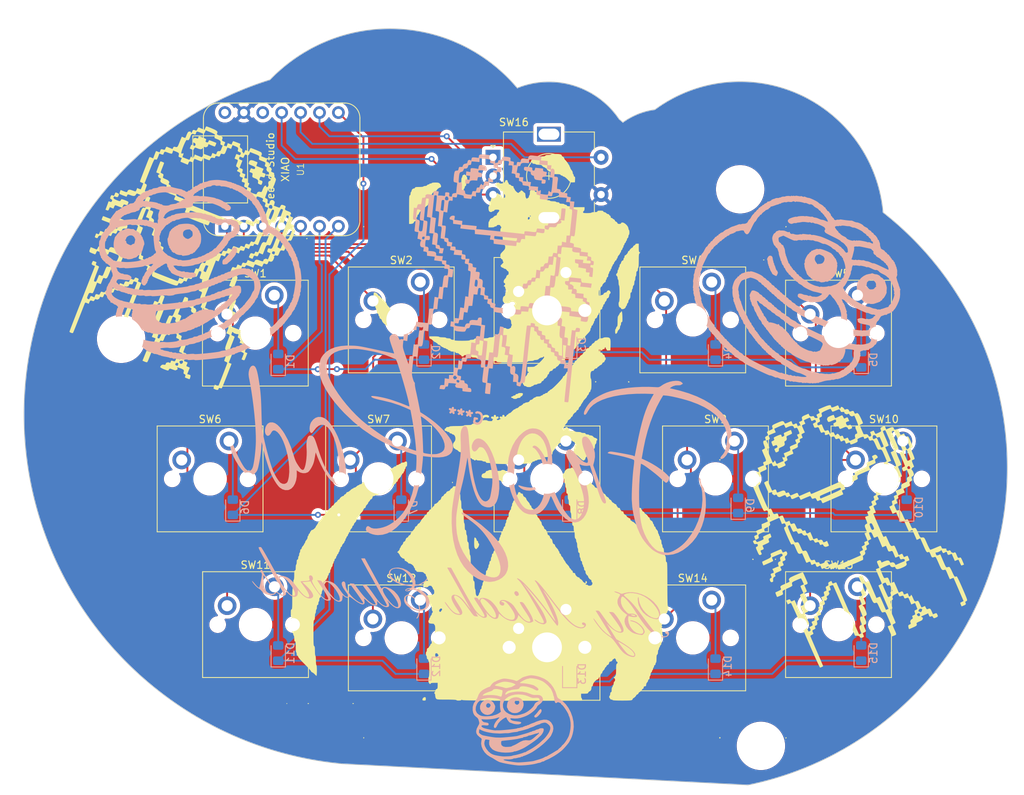
<source format=kicad_pcb>
(kicad_pcb (version 20240108) (generator "pcbnew") (generator_version "8.0")
  (title_block (title "Frogpad"))
  (layers (0 "F.Cu" signal) (31 "B.Cu" signal) (34 "B.Paste" user) (35 "F.Paste" user) (36 "B.SilkS" user "B.Silkscreen") (37 "F.SilkS" user "F.Silkscreen") (38 "B.Mask" user) (39 "F.Mask" user) (44 "Edge.Cuts" user))
  (net 0 "")
  (net 1 "Net-(D1-A)")
  (net 2 "ROW0")
  (net 3 "Net-(D2-A)")
  (net 4 "Net-(D3-A)")
  (net 5 "Net-(D4-A)")
  (net 6 "Net-(D5-A)")
  (net 7 "Net-(D6-A)")
  (net 8 "ROW1")
  (net 9 "Net-(D7-A)")
  (net 10 "Net-(D8-A)")
  (net 11 "Net-(D9-A)")
  (net 12 "Net-(D10-A)")
  (net 13 "ROW2")
  (net 14 "Net-(D11-A)")
  (net 15 "Net-(D12-A)")
  (net 16 "Net-(D13-A)")
  (net 17 "Net-(D14-A)")
  (net 18 "Net-(D15-A)")
  (net 19 "COL1")
  (net 20 "COL2")
  (net 21 "COL3")
  (net 22 "COL4")
  (net 23 "COL0")
  (net 24 "GND")
  (net 25 "EC11A")
  (net 26 "EC11SW")
  (net 27 "EC11B")
  (net 28 "VCC")
  (net 29 "3V3")
  (footprint "" (layer "F.Cu") (at 160.288155 60.96)
    (property "Reference" "" (at 0 0 0) (layer "F.SilkS") (effects (font (size 1.27 1.27))))
    (property "Value" "")
    (pad "" np_thru_hole circle (at 0 0) (size 6 6) (drill 6) (layers "F&B.Cu" "*.Mask"))
  )
  (footprint "Switch_Keyboard_Cherry_MX:SW_Cherry_MX_PCB_1.00u" (layer "F.Cu") (at 179.578 99.822)
    (property "Reference" "SW10" (at 0 -8 0) (layer "F.SilkS"))
    (property "Value" "CherryMX")
    (pad "" np_thru_hole circle (at -5.08 0) (size 1.75 1.75) (drill 1.75) (layers "*.Cu" "*.Mask"))
    (pad "" np_thru_hole circle (at 0 0) (size 4 4) (drill 4) (layers "*.Cu" "*.Mask"))
    (pad "" np_thru_hole circle (at 5.08 0) (size 1.75 1.75) (drill 1.75) (layers "*.Cu" "*.Mask"))
    (pad "1" thru_hole circle (at -3.81 -2.54) (size 2.5 2.5) (drill 1.5) (layers "*.Cu" "*.Mask") (net 22 "COL4"))
    (pad "2" thru_hole circle (at 2.54 -5.08) (size 2.5 2.5) (drill 1.5) (layers "*.Cu" "*.Mask") (net 12 "Net-(D10-A)"))
  )
  (footprint "Switch_Keyboard_Cherry_MX:SW_Cherry_MX_PCB_1.00u" (layer "F.Cu") (at 95.25 119.38)
    (property "Reference" "SW11" (at 0 -8 0) (layer "F.SilkS"))
    (property "Value" "CherryMX")
    (pad "" np_thru_hole circle (at -5.08 0) (size 1.75 1.75) (drill 1.75) (layers "*.Cu" "*.Mask"))
    (pad "" np_thru_hole circle (at 0 0) (size 4 4) (drill 4) (layers "*.Cu" "*.Mask"))
    (pad "" np_thru_hole circle (at 5.08 0) (size 1.75 1.75) (drill 1.75) (layers "*.Cu" "*.Mask"))
    (pad "1" thru_hole circle (at -3.81 -2.54) (size 2.5 2.5) (drill 1.5) (layers "*.Cu" "*.Mask") (net 23 "COL0"))
    (pad "2" thru_hole circle (at 2.54 -5.08) (size 2.5 2.5) (drill 1.5) (layers "*.Cu" "*.Mask") (net 14 "Net-(D11-A)"))
  )
  (footprint "" (layer "F.Cu") (at 77.216 81.026)
    (property "Reference" "" (at 0 0 0) (layer "F.SilkS") (effects (font (size 1.27 1.27))))
    (property "Value" "")
    (pad "" np_thru_hole circle (at 0 0) (size 6 6) (drill 6) (layers "F&B.Cu" "*.Mask"))
  )
  (footprint "Seeed Studio XIAO Series Library:XIAO-Generic-Thruhole-14P-2.54-21X17.8MM" (layer "F.Cu") (at 98.756015 58.29075 90)
    (property "Reference" "U1" (at 0 2.54 90) (layer "F.SilkS") (effects (font (size 0.889 0.889) (thickness 0.1016))))
    (property "Value" "Seeed Studio XIAO RP2040" (hide yes))
    (fp_text user "Seeed Studio" (at 0 -1.5 90) (layer "F.SilkS"))
    (fp_text user "XIAO" (at 0 0.5 90) (layer "F.SilkS"))
    (pad "1" thru_hole rect (at -7.625 -7.62 90) (size 1.7 1.7) (drill 1) (layers "*.Cu" "*.Mask") (net 23 "COL0"))
    (pad "2" thru_hole circle (at -7.625 -5.08 90) (size 1.7 1.7) (drill 1) (layers "*.Cu" "*.Mask") (net 19 "COL1"))
    (pad "3" thru_hole circle (at -7.625 -2.54 90) (size 1.7 1.7) (drill 1) (layers "*.Cu" "*.Mask") (net 20 "COL2"))
    (pad "4" thru_hole circle (at -7.625 0 90) (size 1.7 1.7) (drill 1) (layers "*.Cu" "*.Mask") (net 21 "COL3"))
    (pad "5" thru_hole circle (at -7.625 2.54 90) (size 1.7 1.7) (drill 1) (layers "*.Cu" "*.Mask") (net 22 "COL4"))
    (pad "6" thru_hole circle (at -7.625 5.08 270) (size 1.7 1.7) (drill 1) (layers "*.Cu" "*.Mask") (net 2 "ROW0"))
    (pad "7" thru_hole circle (at -7.625 7.62 90) (size 1.7 1.7) (drill 1) (layers "*.Cu" "*.Mask") (net 8 "ROW1"))
    (pad "8" thru_hole circle (at 7.625 7.62 90) (size 1.7 1.7) (drill 1) (layers "*.Cu" "*.Mask") (net 13 "ROW2"))
    (pad "9" thru_hole circle (at 7.625 5.08 90) (size 1.7 1.7) (drill 1) (layers "*.Cu" "*.Mask") (net 25 "EC11A"))
    (pad "10" thru_hole circle (at 7.625 2.54 90) (size 1.7 1.7) (drill 1) (layers "*.Cu" "*.Mask") (net 26 "EC11SW"))
    (pad "11" thru_hole circle (at 7.625 0 90) (size 1.7 1.7) (drill 1) (layers "*.Cu" "*.Mask") (net 27 "EC11B"))
    (pad "12" thru_hole circle (at 7.625 -2.54 90) (size 1.7 1.7) (drill 1) (layers "*.Cu" "*.Mask") (net 29 "3V3"))
    (pad "13" thru_hole circle (at 7.625 -5.08 90) (size 1.7 1.7) (drill 1) (layers "*.Cu" "*.Mask") (net 24 "GND"))
    (pad "14" thru_hole circle (at 7.625 -7.62 90) (size 1.7 1.7) (drill 1) (layers "*.Cu" "*.Mask") (net 28 "VCC"))
  )
  (footprint "Switch_Keyboard_Cherry_MX:SW_Cherry_MX_PCB_1.00u" (layer "F.Cu") (at 95.2246 80.264)
    (property "Reference" "SW1" (at 0 -8 0) (layer "F.SilkS"))
    (property "Value" "CherryMX")
    (pad "" np_thru_hole circle (at -5.08 0) (size 1.75 1.75) (drill 1.75) (layers "*.Cu" "*.Mask"))
    (pad "" np_thru_hole circle (at 0 0) (size 4 4) (drill 4) (layers "*.Cu" "*.Mask"))
    (pad "" np_thru_hole circle (at 5.08 0) (size 1.75 1.75) (drill 1.75) (layers "*.Cu" "*.Mask"))
    (pad "1" thru_hole circle (at -3.81 -2.54) (size 2.5 2.5) (drill 1.5) (layers "*.Cu" "*.Mask") (net 23 "COL0"))
    (pad "2" thru_hole circle (at 2.54 -5.08) (size 2.5 2.5) (drill 1.5) (layers "*.Cu" "*.Mask") (net 1 "Net-(D1-A)"))
  )
  (footprint "Switch_Keyboard_Cherry_MX:SW_Cherry_MX_PCB_1.00u" (layer "F.Cu") (at 153.924 121.158)
    (property "Reference" "SW14" (at 0 -8 0) (layer "F.SilkS"))
    (property "Value" "CherryMX")
    (pad "" np_thru_hole circle (at -5.08 0) (size 1.75 1.75) (drill 1.75) (layers "*.Cu" "*.Mask"))
    (pad "" np_thru_hole circle (at 0 0) (size 4 4) (drill 4) (layers "*.Cu" "*.Mask"))
    (pad "" np_thru_hole circle (at 5.08 0) (size 1.75 1.75) (drill 1.75) (layers "*.Cu" "*.Mask"))
    (pad "1" thru_hole circle (at -3.81 -2.54) (size 2.5 2.5) (drill 1.5) (layers "*.Cu" "*.Mask") (net 21 "COL3"))
    (pad "2" thru_hole circle (at 2.54 -5.08) (size 2.5 2.5) (drill 1.5) (layers "*.Cu" "*.Mask") (net 17 "Net-(D14-A)"))
  )
  (footprint "Switch_Keyboard_Cherry_MX:SW_Cherry_MX_PCB_1.00u" (layer "F.Cu") (at 156.972 99.822)
    (property "Reference" "SW9" (at 0 -8 0) (layer "F.SilkS"))
    (property "Value" "CherryMX")
    (pad "" np_thru_hole circle (at -5.08 0) (size 1.75 1.75) (drill 1.75) (layers "*.Cu" "*.Mask"))
    (pad "" np_thru_hole circle (at 0 0) (size 4 4) (drill 4) (layers "*.Cu" "*.Mask"))
    (pad "" np_thru_hole circle (at 5.08 0) (size 1.75 1.75) (drill 1.75) (layers "*.Cu" "*.Mask"))
    (pad "1" thru_hole circle (at -3.81 -2.54) (size 2.5 2.5) (drill 1.5) (layers "*.Cu" "*.Mask") (net 21 "COL3"))
    (pad "2" thru_hole circle (at 2.54 -5.08) (size 2.5 2.5) (drill 1.5) (layers "*.Cu" "*.Mask") (net 11 "Net-(D9-A)"))
  )
  (footprint "Switch_Keyboard_Cherry_MX:SW_Cherry_MX_PCB_1.00u" (layer "F.Cu") (at 173.482 80.264)
    (property "Reference" "SW5" (at 0 -8 0) (layer "F.SilkS"))
    (property "Value" "CherryMX")
    (pad "" np_thru_hole circle (at -5.08 0) (size 1.75 1.75) (drill 1.75) (layers "*.Cu" "*.Mask"))
    (pad "" np_thru_hole circle (at 0 0) (size 4 4) (drill 4) (layers "*.Cu" "*.Mask"))
    (pad "" np_thru_hole circle (at 5.08 0) (size 1.75 1.75) (drill 1.75) (layers "*.Cu" "*.Mask"))
    (pad "1" thru_hole circle (at -3.81 -2.54) (size 2.5 2.5) (drill 1.5) (layers "*.Cu" "*.Mask") (net 22 "COL4"))
    (pad "2" thru_hole circle (at 2.54 -5.08) (size 2.5 2.5) (drill 1.5) (layers "*.Cu" "*.Mask") (net 6 "Net-(D5-A)"))
  )
  (footprint "Rotary_Encoder:RotaryEncoder_Alps_EC11E-Switch_Vertical_H20mm" (layer "F.Cu") (at 127.12 56.67)
    (property "Reference" "SW16" (at 2.8 -4.7 0) (layer "F.SilkS"))
    (property "Value" "RotaryEncoder_Switch")
    (pad "A" thru_hole rect (at 0 0) (size 2 2) (drill 1) (layers "*.Cu" "*.Mask") (net 25 "EC11A"))
    (pad "B" thru_hole circle (at 0 5) (size 2 2) (drill 1) (layers "*.Cu" "*.Mask") (net 27 "EC11B"))
    (pad "C" thru_hole circle (at 0 2.5) (size 2 2) (drill 1) (layers "*.Cu" "*.Mask") (net 24 "GND"))
    (pad "MP" thru_hole rect (at 7.5 -3.1) (size 3.2 2) (drill oval 2.8 1.5) (layers "*.Cu" "*.Mask"))
    (pad "MP" thru_hole rect (at 7.5 8.1) (size 3.2 2) (drill oval 2.8 1.5) (layers "*.Cu" "*.Mask"))
    (pad "S1" thru_hole circle (at 14.5 5) (size 2 2) (drill 1) (layers "*.Cu" "*.Mask") (net 24 "GND"))
    (pad "S2" thru_hole circle (at 14.5 0) (size 2 2) (drill 1) (layers "*.Cu" "*.Mask") (net 26 "EC11SW"))
  )
  (footprint "Switch_Keyboard_Cherry_MX:SW_Cherry_MX_PCB_1.00u" (layer "F.Cu") (at 111.76 99.822)
    (property "Reference" "SW7" (at 0 -8 0) (layer "F.SilkS"))
    (property "Value" "CherryMX")
    (pad "" np_thru_hole circle (at -5.08 0) (size 1.75 1.75) (drill 1.75) (layers "*.Cu" "*.Mask"))
    (pad "" np_thru_hole circle (at 0 0) (size 4 4) (drill 4) (layers "*.Cu" "*.Mask"))
    (pad "" np_thru_hole circle (at 5.08 0) (size 1.75 1.75) (drill 1.75) (layers "*.Cu" "*.Mask"))
    (pad "1" thru_hole circle (at -3.81 -2.54) (size 2.5 2.5) (drill 1.5) (layers "*.Cu" "*.Mask") (net 19 "COL1"))
    (pad "2" thru_hole circle (at 2.54 -5.08) (size 2.5 2.5) (drill 1.5) (layers "*.Cu" "*.Mask") (net 9 "Net-(D7-A)"))
  )
  (footprint "Switch_Keyboard_Cherry_MX:SW_Cherry_MX_PCB_1.00u" (layer "F.Cu") (at 89.154 99.822)
    (property "Reference" "SW6" (at 0 -8 0) (layer "F.SilkS"))
    (property "Value" "CherryMX")
    (pad "" np_thru_hole circle (at -5.08 0) (size 1.75 1.75) (drill 1.75) (layers "*.Cu" "*.Mask"))
    (pad "" np_thru_hole circle (at 0 0) (size 4 4) (drill 4) (layers "*.Cu" "*.Mask"))
    (pad "" np_thru_hole circle (at 5.08 0) (size 1.75 1.75) (drill 1.75) (layers "*.Cu" "*.Mask"))
    (pad "1" thru_hole circle (at -3.81 -2.54) (size 2.5 2.5) (drill 1.5) (layers "*.Cu" "*.Mask") (net 23 "COL0"))
    (pad "2" thru_hole circle (at 2.54 -5.08) (size 2.5 2.5) (drill 1.5) (layers "*.Cu" "*.Mask") (net 7 "Net-(D6-A)"))
  )
  (footprint "Switch_Keyboard_Cherry_MX:SW_Cherry_MX_PCB_1.00u" (layer "F.Cu") (at 134.366 99.822)
    (property "Reference" "SW8" (at 0 -8 0) (layer "F.SilkS"))
    (property "Value" "CherryMX")
    (pad "" np_thru_hole circle (at -5.08 0) (size 1.75 1.75) (drill 1.75) (layers "*.Cu" "*.Mask"))
    (pad "" np_thru_hole circle (at 0 0) (size 4 4) (drill 4) (layers "*.Cu" "*.Mask"))
    (pad "" np_thru_hole circle (at 5.08 0) (size 1.75 1.75) (drill 1.75) (layers "*.Cu" "*.Mask"))
    (pad "1" thru_hole circle (at -3.81 -2.54) (size 2.5 2.5) (drill 1.5) (layers "*.Cu" "*.Mask") (net 20 "COL2"))
    (pad "2" thru_hole circle (at 2.54 -5.08) (size 2.5 2.5) (drill 1.5) (layers "*.Cu" "*.Mask") (net 10 "Net-(D8-A)"))
  )
  (footprint "Switch_Keyboard_Cherry_MX:SW_Cherry_MX_PCB_1.00u" (layer "F.Cu") (at 114.808 121.158)
    (property "Reference" "SW12" (at 0 -8 0) (layer "F.SilkS"))
    (property "Value" "CherryMX")
    (pad "" np_thru_hole circle (at -5.08 0) (size 1.75 1.75) (drill 1.75) (layers "*.Cu" "*.Mask"))
    (pad "" np_thru_hole circle (at 0 0) (size 4 4) (drill 4) (layers "*.Cu" "*.Mask"))
    (pad "" np_thru_hole circle (at 5.08 0) (size 1.75 1.75) (drill 1.75) (layers "*.Cu" "*.Mask"))
    (pad "1" thru_hole circle (at -3.81 -2.54) (size 2.5 2.5) (drill 1.5) (layers "*.Cu" "*.Mask") (net 19 "COL1"))
    (pad "2" thru_hole circle (at 2.54 -5.08) (size 2.5 2.5) (drill 1.5) (layers "*.Cu" "*.Mask") (net 15 "Net-(D12-A)"))
  )
  (footprint "LOGO" (layer "F.Cu") (at 127.762 92.202)
    (property "Reference" "G***" (at 0 0 0) (layer "F.SilkS") (effects (font (size 1.5 1.5) (thickness 0.3))))
    (property "Value" "LOGO" (hide yes))
  )
  (footprint "" (layer "F.Cu") (at 163.068 135.650155)
    (property "Reference" "" (at 0 0 0) (layer "F.SilkS") (effects (font (size 1.27 1.27))))
    (property "Value" "")
    (pad "" np_thru_hole circle (at 0 0) (size 6 6) (drill 6) (layers "F&B.Cu" "*.Mask"))
  )
  (footprint "Switch_Keyboard_Cherry_MX:SW_Cherry_MX_PCB_1.00u" (layer "F.Cu") (at 114.808 78.486)
    (property "Reference" "SW2" (at 0 -8 0) (layer "F.SilkS"))
    (property "Value" "CherryMX")
    (pad "" np_thru_hole circle (at -5.08 0) (size 1.75 1.75) (drill 1.75) (layers "*.Cu" "*.Mask"))
    (pad "" np_thru_hole circle (at 0 0) (size 4 4) (drill 4) (layers "*.Cu" "*.Mask"))
    (pad "" np_thru_hole circle (at 5.08 0) (size 1.75 1.75) (drill 1.75) (layers "*.Cu" "*.Mask"))
    (pad "1" thru_hole circle (at -3.81 -2.54) (size 2.5 2.5) (drill 1.5) (layers "*.Cu" "*.Mask") (net 19 "COL1"))
    (pad "2" thru_hole circle (at 2.54 -5.08) (size 2.5 2.5) (drill 1.5) (layers "*.Cu" "*.Mask") (net 3 "Net-(D2-A)"))
  )
  (footprint "Switch_Keyboard_Cherry_MX:SW_Cherry_MX_PCB_1.00u" (layer "F.Cu") (at 173.482 119.38)
    (property "Reference" "SW15" (at 0 -8 0) (layer "F.SilkS"))
    (property "Value" "CherryMX")
    (pad "" np_thru_hole circle (at -5.08 0) (size 1.75 1.75) (drill 1.75) (layers "*.Cu" "*.Mask"))
    (pad "" np_thru_hole circle (at 0 0) (size 4 4) (drill 4) (layers "*.Cu" "*.Mask"))
    (pad "" np_thru_hole circle (at 5.08 0) (size 1.75 1.75) (drill 1.75) (layers "*.Cu" "*.Mask"))
    (pad "1" thru_hole circle (at -3.81 -2.54) (size 2.5 2.5) (drill 1.5) (layers "*.Cu" "*.Mask") (net 22 "COL4"))
    (pad "2" thru_hole circle (at 2.54 -5.08) (size 2.5 2.5) (drill 1.5) (layers "*.Cu" "*.Mask") (net 18 "Net-(D15-A)"))
  )
  (footprint "Switch_Keyboard_Cherry_MX:SW_Cherry_MX_PCB_1.00u" (layer "F.Cu") (at 134.366 77.216)
    (property "Reference" "SW3" (at 0 -8 0) (layer "F.SilkS"))
    (property "Value" "CherryMX")
    (pad "" np_thru_hole circle (at -5.08 0) (size 1.75 1.75) (drill 1.75) (layers "*.Cu" "*.Mask"))
    (pad "" np_thru_hole circle (at 0 0) (size 4 4) (drill 4) (layers "*.Cu" "*.Mask"))
    (pad "" np_thru_hole circle (at 5.08 0) (size 1.75 1.75) (drill 1.75) (layers "*.Cu" "*.Mask"))
    (pad "1" thru_hole circle (at -3.81 -2.54) (size 2.5 2.5) (drill 1.5) (layers "*.Cu" "*.Mask") (net 20 "COL2"))
    (pad "2" thru_hole circle (at 2.54 -5.08) (size 2.5 2.5) (drill 1.5) (layers "*.Cu" "*.Mask") (net 4 "Net-(D3-A)"))
  )
  (footprint "Switch_Keyboard_Cherry_MX:SW_Cherry_MX_PCB_1.00u" (layer "F.Cu") (at 134.366 122.428)
    (property "Reference" "SW13" (at 0 -8 0) (layer "F.SilkS"))
    (property "Value" "CherryMX")
    (pad "" np_thru_hole circle (at -5.08 0) (size 1.75 1.75) (drill 1.75) (layers "*.Cu" "*.Mask"))
    (pad "" np_thru_hole circle (at 0 0) (size 4 4) (drill 4) (layers "*.Cu" "*.Mask"))
    (pad "" np_thru_hole circle (at 5.08 0) (size 1.75 1.75) (drill 1.75) (layers "*.Cu" "*.Mask"))
    (pad "1" thru_hole circle (at -3.81 -2.54) (size 2.5 2.5) (drill 1.5) (layers "*.Cu" "*.Mask") (net 20 "COL2"))
    (pad "2" thru_hole circle (at 2.54 -5.08) (size 2.5 2.5) (drill 1.5) (layers "*.Cu" "*.Mask") (net 16 "Net-(D13-A)"))
  )
  (footprint "Switch_Keyboard_Cherry_MX:SW_Cherry_MX_PCB_1.00u" (layer "F.Cu") (at 153.924 78.486)
    (property "Reference" "SW4" (at 0 -8 0) (layer "F.SilkS"))
    (property "Value" "CherryMX")
    (pad "" np_thru_hole circle (at -5.08 0) (size 1.75 1.75) (drill 1.75) (layers "*.Cu" "*.Mask"))
    (pad "" np_thru_hole circle (at 0 0) (size 4 4) (drill 4) (layers "*.Cu" "*.Mask"))
    (pad "" np_thru_hole circle (at 5.08 0) (size 1.75 1.75) (drill 1.75) (layers "*.Cu" "*.Mask"))
    (pad "1" thru_hole circle (at -3.81 -2.54) (size 2.5 2.5) (drill 1.5) (layers "*.Cu" "*.Mask") (net 21 "COL3"))
    (pad "2" thru_hole circle (at 2.54 -5.08) (size 2.5 2.5) (drill 1.5) (layers "*.Cu" "*.Mask") (net 5 "Net-(D4-A)"))
  )
  (footprint "Diode_SMD:D_0805_2012Metric_Pad1.15x1.40mm_HandSolder" (layer "B.Cu") (at 117.856 82.804 90)
    (property "Reference" "D2" (at 0 1.65 90) (layer "B.SilkS") (effects (justify mirror)))
    (property "Value" "D")
    (pad "1" smd roundrect (at -1.025 0 90) (size 1.15 1.4) (layers "B.Cu" "B.Paste" "B.Mask") (roundrect_rratio 0.217391) (net 2 "ROW0"))
    (pad "2" smd roundrect (at 1.025 0 90) (size 1.15 1.4) (layers "B.Cu" "B.Paste" "B.Mask") (roundrect_rratio 0.217391) (net 3 "Net-(D2-A)"))
  )
  (footprint "Diode_SMD:D_0805_2012Metric_Pad1.15x1.40mm_HandSolder" (layer "B.Cu") (at 114.808 103.641 90)
    (property "Reference" "D7" (at 0 1.65 90) (layer "B.SilkS") (effects (justify mirror)))
    (property "Value" "D")
    (pad "1" smd roundrect (at -1.025 0 90) (size 1.15 1.4) (layers "B.Cu" "B.Paste" "B.Mask") (roundrect_rratio 0.217391) (net 8 "ROW1"))
    (pad "2" smd roundrect (at 1.025 0 90) (size 1.15 1.4) (layers "B.Cu" "B.Paste" "B.Mask") (roundrect_rratio 0.217391) (net 9 "Net-(D7-A)"))
  )
  (footprint "Diode_SMD:D_0805_2012Metric_Pad1.15x1.40mm_HandSolder" (layer "B.Cu") (at 137.414 81.797 90)
    (property "Reference" "D3" (at 0 1.65 90) (layer "B.SilkS") (effects (justify mirror)))
    (property "Value" "D")
    (pad "1" smd roundrect (at -1.025 0 90) (size 1.15 1.4) (layers "B.Cu" "B.Paste" "B.Mask") (roundrect_rratio 0.217391) (net 2 "ROW0"))
    (pad "2" smd roundrect (at 1.025 0 90) (size 1.15 1.4) (layers "B.Cu" "B.Paste" "B.Mask") (roundrect_rratio 0.217391) (net 4 "Net-(D3-A)"))
  )
  (footprint "Diode_SMD:D_0805_2012Metric_Pad1.15x1.40mm_HandSolder" (layer "B.Cu") (at 98.298 84.083 90)
    (property "Reference" "D1" (at 0 1.65 90) (layer "B.SilkS") (effects (justify mirror)))
    (property "Value" "D")
    (pad "1" smd roundrect (at -1.025 0 90) (size 1.15 1.4) (layers "B.Cu" "B.Paste" "B.Mask") (roundrect_rratio 0.217391) (net 2 "ROW0"))
    (pad "2" smd roundrect (at 1.025 0 90) (size 1.15 1.4) (layers "B.Cu" "B.Paste" "B.Mask") (roundrect_rratio 0.217391) (net 1 "Net-(D1-A)"))
  )
  (footprint "Diode_SMD:D_0805_2012Metric_Pad1.15x1.40mm_HandSolder" (layer "B.Cu") (at 156.972 124.968 90)
    (property "Reference" "D14" (at 0 1.65 90) (layer "B.SilkS") (effects (justify mirror)))
    (property "Value" "D")
    (pad "1" smd roundrect (at -1.025 0 90) (size 1.15 1.4) (layers "B.Cu" "B.Paste" "B.Mask") (roundrect_rratio 0.217391) (net 13 "ROW2"))
    (pad "2" smd roundrect (at 1.025 0 90) (size 1.15 1.4) (layers "B.Cu" "B.Paste" "B.Mask") (roundrect_rratio 0.217391) (net 17 "Net-(D14-A)"))
  )
  (footprint "Diode_SMD:D_0805_2012Metric_Pad1.15x1.40mm_HandSolder" (layer "B.Cu") (at 182.626 103.641 90)
    (property "Reference" "D10" (at 0 1.65 90) (layer "B.SilkS") (effects (justify mirror)))
    (property "Value" "D")
    (pad "1" smd roundrect (at -1.025 0 90) (size 1.15 1.4) (layers "B.Cu" "B.Paste" "B.Mask") (roundrect_rratio 0.217391) (net 8 "ROW1"))
    (pad "2" smd roundrect (at 1.025 0 90) (size 1.15 1.4) (layers "B.Cu" "B.Paste" "B.Mask") (roundrect_rratio 0.217391) (net 12 "Net-(D10-A)"))
  )
  (footprint "Diode_SMD:D_0805_2012Metric_Pad1.15x1.40mm_HandSolder" (layer "B.Cu") (at 98.298 123.199 90)
    (property "Reference" "D11" (at 0 1.65 90) (layer "B.SilkS") (effects (justify mirror)))
    (property "Value" "D")
    (pad "1" smd roundrect (at -1.025 0 90) (size 1.15 1.4) (layers "B.Cu" "B.Paste" "B.Mask") (roundrect_rratio 0.217391) (net 13 "ROW2"))
    (pad "2" smd roundrect (at 1.025 0 90) (size 1.15 1.4) (layers "B.Cu" "B.Paste" "B.Mask") (roundrect_rratio 0.217391) (net 14 "Net-(D11-A)"))
  )
  (footprint "Diode_SMD:D_0805_2012Metric_Pad1.15x1.40mm_HandSolder" (layer "B.Cu") (at 176.53 83.829 90)
    (property "Reference" "D5" (at 0 1.65 90) (layer "B.SilkS") (effects (justify mirror)))
    (property "Value" "D")
    (pad "1" smd roundrect (at -1.025 0 90) (size 1.15 1.4) (layers "B.Cu" "B.Paste" "B.Mask") (roundrect_rratio 0.217391) (net 2 "ROW0"))
    (pad "2" smd roundrect (at 1.025 0 90) (size 1.15 1.4) (layers "B.Cu" "B.Paste" "B.Mask") (roundrect_rratio 0.217391) (net 6 "Net-(D5-A)"))
  )
  (footprint "Diode_SMD:D_0805_2012Metric_Pad1.15x1.40mm_HandSolder" (layer "B.Cu") (at 176.53 123.19 90)
    (property "Reference" "D15" (at 0 1.65 90) (layer "B.SilkS") (effects (justify mirror)))
    (property "Value" "D")
    (pad "1" smd roundrect (at -1.025 0 90) (size 1.15 1.4) (layers "B.Cu" "B.Paste" "B.Mask") (roundrect_rratio 0.217391) (net 13 "ROW2"))
    (pad "2" smd roundrect (at 1.025 0 90) (size 1.15 1.4) (layers "B.Cu" "B.Paste" "B.Mask") (roundrect_rratio 0.217391) (net 18 "Net-(D15-A)"))
  )
  (footprint "Diode_SMD:D_0805_2012Metric_Pad1.15x1.40mm_HandSolder" (layer "B.Cu") (at 160.02 103.387 90)
    (property "Reference" "D9" (at 0 1.65 90) (layer "B.SilkS") (effects (justify mirror)))
    (property "Value" "D")
    (pad "1" smd roundrect (at -1.025 0 90) (size 1.15 1.4) (layers "B.Cu" "B.Paste" "B.Mask") (roundrect_rratio 0.217391) (net 8 "ROW1"))
    (pad "2" smd roundrect (at 1.025 0 90) (size 1.15 1.4) (layers "B.Cu" "B.Paste" "B.Mask") (roundrect_rratio 0.217391) (net 11 "Net-(D9-A)"))
  )
  (footprint "Diode_SMD:D_0805_2012Metric_Pad1.15x1.40mm_HandSolder" (layer "B.Cu") (at 137.414 125.984 90)
    (property "Reference" "D13" (at 0 1.65 90) (layer "B.SilkS") (effects (justify mirror)))
    (property "Value" "D")
    (pad "1" smd roundrect (at -1.025 0 90) (size 1.15 1.4) (layers "B.Cu" "B.Paste" "B.Mask") (roundrect_rratio 0.217391) (net 13 "ROW2"))
    (pad "2" smd roundrect (at 1.025 0 90) (size 1.15 1.4) (layers "B.Cu" "B.Paste" "B.Mask") (roundrect_rratio 0.217391) (net 16 "Net-(D13-A)"))
  )
  (footprint "Diode_SMD:D_0805_2012Metric_Pad1.15x1.40mm_HandSolder" (layer "B.Cu") (at 92.202 103.632 90)
    (property "Reference" "D6" (at 0 1.65 90) (layer "B.SilkS") (effects (justify mirror)))
    (property "Value" "D")
    (pad "1" smd roundrect (at -1.025 0 90) (size 1.15 1.4) (layers "B.Cu" "B.Paste" "B.Mask") (roundrect_rratio 0.217391) (net 8 "ROW1"))
    (pad "2" smd roundrect (at 1.025 0 90) (size 1.15 1.4) (layers "B.Cu" "B.Paste" "B.Mask") (roundrect_rratio 0.217391) (net 7 "Net-(D6-A)"))
  )
  (footprint "Diode_SMD:D_0805_2012Metric_Pad1.15x1.40mm_HandSolder" (layer "B.Cu") (at 137.414 103.641 90)
    (property "Reference" "D8" (at 0 1.65 90) (layer "B.SilkS") (effects (justify mirror)))
    (property "Value" "D")
    (pad "1" smd roundrect (at -1.025 0 90) (size 1.15 1.4) (layers "B.Cu" "B.Paste" "B.Mask") (roundrect_rratio 0.217391) (net 8 "ROW1"))
    (pad "2" smd roundrect (at 1.025 0 90) (size 1.15 1.4) (layers "B.Cu" "B.Paste" "B.Mask") (roundrect_rratio 0.217391) (net 10 "Net-(D8-A)"))
  )
  (footprint "Diode_SMD:D_0805_2012Metric_Pad1.15x1.40mm_HandSolder" (layer "B.Cu") (at 156.972 82.813 90)
    (property "Reference" "D4" (at 0 1.65 90) (layer "B.SilkS") (effects (justify mirror)))
    (property "Value" "D")
    (pad "1" smd roundrect (at -1.025 0 90) (size 1.15 1.4) (layers "B.Cu" "B.Paste" "B.Mask") (roundrect_rratio 0.217391) (net 2 "ROW0"))
    (pad "2" smd roundrect (at 1.025 0 90) (size 1.15 1.4) (layers "B.Cu" "B.Paste" "B.Mask") (roundrect_rratio 0.217391) (net 5 "Net-(D4-A)"))
  )
  (footprint "Diode_SMD:D_0805_2012Metric_Pad1.15x1.40mm_HandSolder" (layer "B.Cu") (at 117.856 124.968 90)
    (property "Reference" "D12" (at 0 1.65 90) (layer "B.SilkS") (effects (justify mirror)))
    (property "Value" "D")
    (pad "1" smd roundrect (at -1.025 0 90) (size 1.15 1.4) (layers "B.Cu" "B.Paste" "B.Mask") (roundrect_rratio 0.217391) (net 13 "ROW2"))
    (pad "2" smd roundrect (at 1.025 0 90) (size 1.15 1.4) (layers "B.Cu" "B.Paste" "B.Mask") (roundrect_rratio 0.217391) (net 15 "Net-(D12-A)"))
  )
  (footprint "LOGO" (layer "B.Cu") (at 123.451932 91.446538 170)
    (property "Reference" "G***" (at 0 0 170) (layer "B.SilkS") (effects (font (size 1.5 1.5) (thickness 0.3)) (justify mirror)))
    (property "Value" "LOGO" (hide yes))
  )
  (gr_arc (start 179.477871 64.064274) (mid 194.981441 108.290788) (end 161.335001 140.913822) (stroke (width 0.1)) (layer "Edge.Cuts"))
  (gr_line (start 144.05086 51.549326) (end 144.549312 51.973999) (stroke (width 0.1)) (layer "Edge.Cuts"))
  (gr_arc (start 148.838128 50.262668) (mid 168.192746 48.206282) (end 179.477871 64.064274) (stroke (width 0.1)) (layer "Edge.Cuts"))
  (gr_arc (start 144.549312 51.973999) (mid 146.588312 50.854167) (end 148.838128 50.262669) (stroke (width 0.1)) (layer "Edge.Cuts"))
  (gr_arc (start 97.193681 46.249581) (mid 114.029703 39.411956) (end 130.37157 47.358536) (stroke (width 0.1)) (layer "Edge.Cuts"))
  (gr_arc (start 130.37157 47.358536) (mid 137.952428 47.034515) (end 144.05086 51.549326) (stroke (width 0.1)) (layer "Edge.Cuts"))
  (gr_arc (start 106.898397 138.068453) (mid 64.42865 96.134954) (end 97.19368 46.24958) (stroke (width 0.1)) (layer "Edge.Cuts"))
  (gr_line (start 161.335001 140.913822) (end 106.898397 138.068453) (stroke (width 0.1)) (layer "Edge.Cuts"))
  (segment (start 98.298 83.058) (end 98.298 75.7174) (width 0.25) (layer "B.Cu") (net 1))
  (segment (start 98.298 75.7174) (end 97.7646 75.184) (width 0.25) (layer "B.Cu") (net 1))
  (segment (start 103.614 85.108) (end 103.632 85.09) (width 0.25) (layer "F.Cu") (net 2))
  (segment (start 103.632 85.09) (end 106.172 85.09) (width 0.25) (layer "F.Cu") (net 2))
  (via (at 103.614 85.108) (size 0.8) (drill 0.4) (layers "F.Cu" "B.Cu") (net 2))
  (via (at 106.172 85.09) (size 0.8) (drill 0.4) (layers "F.Cu" "B.Cu") (net 2))
  (segment (start 137.414 82.822) (end 147.084 82.822) (width 0.25) (layer "B.Cu") (net 2))
  (segment (start 99.042 85.108) (end 98.298 85.108) (width 0.25) (layer "B.Cu") (net 2))
  (segment (start 156.972 83.838) (end 167.114 83.838) (width 0.25) (layer "B.Cu") (net 2))
  (segment (start 111.261 83.829) (end 117.856 83.829) (width 0.25) (layer "B.Cu") (net 2))
  (segment (start 103.632 85.09) (end 103.614 85.108) (width 0.25) (layer "B.Cu") (net 2))
  (segment (start 111.252 83.82) (end 111.261 83.829) (width 0.25) (layer "B.Cu") (net 2))
  (segment (start 167.114 83.838) (end 168.13 84.854) (width 0.25) (layer "B.Cu") (net 2))
  (segment (start 109.982 85.09) (end 111.252 83.82) (width 0.25) (layer "B.Cu") (net 2))
  (segment (start 98.298 85.108) (end 103.614 85.108) (width 0.25) (layer "B.Cu") (net 2))
  (segment (start 148.1 83.838) (end 156.972 83.838) (width 0.25) (layer "B.Cu") (net 2))
  (segment (start 168.13 84.854) (end 176.53 84.854) (width 0.25) (layer "B.Cu") (net 2))
  (segment (start 127.753 83.829) (end 117.856 83.829) (width 0.25) (layer "B.Cu") (net 2))
  (segment (start 156.455 83.3831) (end 156.455 83.82) (width 0.25) (layer "B.Cu") (net 2))
  (segment (start 128.76 82.822) (end 127.753 83.829) (width 0.25) (layer "B.Cu") (net 2))
  (segment (start 104.14 71.12) (end 103.836015 70.816015) (width 0.25) (layer "B.Cu") (net 2))
  (segment (start 104.14 80.01) (end 99.042 85.108) (width 0.25) (layer "B.Cu") (net 2))
  (segment (start 176.53 84.582) (end 176.022 85.09) (width 0.25) (layer "B.Cu") (net 2))
  (segment (start 106.172 85.09) (end 109.982 85.09) (width 0.25) (layer "B.Cu") (net 2))
  (segment (start 147.084 82.822) (end 148.1 83.838) (width 0.25) (layer "B.Cu") (net 2))
  (segment (start 104.14 71.12) (end 104.14 80.01) (width 0.25) (layer "B.Cu") (net 2))
  (segment (start 103.836015 70.816015) (end 103.836015 65.91575) (width 0.25) (layer "B.Cu") (net 2))
  (segment (start 137.414 82.822) (end 128.76 82.822) (width 0.25) (layer "B.Cu") (net 2))
  (segment (start 117.856 73.914) (end 117.348 73.406) (width 0.25) (layer "B.Cu") (net 3))
  (segment (start 117.856 81.779) (end 117.856 73.914) (width 0.25) (layer "B.Cu") (net 3))
  (segment (start 137.414 80.772) (end 137.414 72.644) (width 0.25) (layer "B.Cu") (net 4))
  (segment (start 137.414 72.644) (end 136.906 72.136) (width 0.25) (layer "B.Cu") (net 4))
  (segment (start 156.972 81.788) (end 156.972 73.914) (width 0.25) (layer "B.Cu") (net 5))
  (segment (start 156.972 73.914) (end 156.464 73.406) (width 0.25) (layer "B.Cu") (net 5))
  (segment (start 176.53 75.692) (end 176.022 75.184) (width 0.25) (layer "B.Cu") (net 6))
  (segment (start 176.53 82.804) (end 176.53 75.692) (width 0.25) (layer "B.Cu") (net 6))
  (segment (start 92.202 102.607) (end 92.202 95.25) (width 0.25) (layer "B.Cu") (net 7))
  (segment (start 92.202 95.25) (end 91.694 94.742) (width 0.25) (layer "B.Cu") (net 7))
  (segment (start 103.632 104.648) (end 106.426 104.648) (width 0.25) (layer "F.Cu") (net 8))
  (via (at 103.632 104.648) (size 0.8) (drill 0.4) (layers "F.Cu" "B.Cu") (net 8))
  (via (at 106.426 104.648) (size 0.8) (drill 0.4) (layers "F.Cu" "B.Cu") (net 8))
  (segment (start 92.202 104.657) (end 92.202 104.648) (width 0.25) (layer "B.Cu") (net 8))
  (segment (start 147.302 104.666) (end 147.556 104.412) (width 0.25) (layer "B.Cu") (net 8))
  (segment (start 147.556 104.412) (end 160.02 104.412) (width 0.25) (layer "B.Cu") (net 8))
  (segment (start 103.623 104.657) (end 103.632 104.648) (width 0.25) (layer "B.Cu") (net 8))
  (segment (start 104.648 67.643765) (end 106.376015 65.91575) (width 0.25) (layer "B.Cu") (net 8))
  (segment (start 92.202 104.648) (end 104.648 92.202) (width 0.25) (layer "B.Cu") (net 8))
  (segment (start 106.444 104.666) (end 114.808 104.666) (width 0.25) (layer "B.Cu") (net 8))
  (segment (start 172.738 104.412) (end 172.992 104.666) (width 0.25) (layer "B.Cu") (net 8))
  (segment (start 92.202 104.657) (end 103.623 104.657) (width 0.25) (layer "B.Cu") (net 8))
  (segment (start 160.02 104.412) (end 172.738 104.412) (width 0.25) (layer "B.Cu") (net 8))
  (segment (start 172.992 104.666) (end 182.626 104.666) (width 0.25) (layer "B.Cu") (net 8))
  (segment (start 160.02 104.122) (end 159.494 104.648) (width 0.25) (layer "B.Cu") (net 8))
  (segment (start 106.426 104.648) (end 106.444 104.666) (width 0.25) (layer "B.Cu") (net 8))
  (segment (start 104.648 92.202) (end 104.648 67.643765) (width 0.25) (layer "B.Cu") (net 8))
  (segment (start 137.414 104.666) (end 147.302 104.666) (width 0.25) (layer "B.Cu") (net 8))
  (segment (start 114.808 104.666) (end 137.414 104.666) (width 0.25) (layer "B.Cu") (net 8))
  (segment (start 114.808 95.25) (end 114.3 94.742) (width 0.25) (layer "B.Cu") (net 9))
  (segment (start 114.808 102.616) (end 114.808 95.25) (width 0.25) (layer "B.Cu") (net 9))
  (segment (start 137.414 95.25) (end 136.906 94.742) (width 0.25) (layer "B.Cu") (net 10))
  (segment (start 137.414 102.616) (end 137.414 95.25) (width 0.25) (layer "B.Cu") (net 10))
  (segment (start 160.02 95.25) (end 159.512 94.742) (width 0.25) (layer "B.Cu") (net 11))
  (segment (start 160.02 102.362) (end 160.02 95.25) (width 0.25) (layer "B.Cu") (net 11))
  (segment (start 182.626 95.25) (end 182.118 94.742) (width 0.25) (layer "B.Cu") (net 12))
  (segment (start 182.626 102.616) (end 182.626 95.25) (width 0.25) (layer "B.Cu") (net 12))
  (segment (start 109.728 54.017735) (end 106.376015 50.66575) (width 0.25) (layer "F.Cu") (net 13))
  (segment (start 109.728 60.198) (end 109.728 54.017735) (width 0.25) (layer "F.Cu") (net 13))
  (via (at 109.728 60.198) (size 0.8) (drill 0.4) (layers "F.Cu" "B.Cu") (net 13))
  (segment (start 109.728 60.198) (end 109.728 67.818) (width 0.25) (layer "B.Cu") (net 13))
  (segment (start 105.156 117.366) (end 98.298 124.224) (width 0.25) (layer "B.Cu") (net 13))
  (segment (start 137.414 127.009) (end 142.739 127.009) (width 0.25) (layer "B.Cu") (net 13))
  (segment (start 143.764 125.984) (end 144.018 125.984) (width 0.25) (layer "B.Cu") (net 13))
  (segment (start 164.583 125.993) (end 166.37 124.206) (width 0.25) (layer "B.Cu") (net 13))
  (segment (start 144.027 125.993) (end 156.972 125.993) (width 0.25) (layer "B.Cu") (net 13))
  (segment (start 128.787 125.993) (end 129.803 127.009) (width 0.25) (layer "B.Cu") (net 13))
  (segment (start 156.972 125.993) (end 164.583 125.993) (width 0.25) (layer "B.Cu") (net 13))
  (segment (start 109.728 67.818) (end 105.156 72.39) (width 0.25) (layer "B.Cu") (net 13))
  (segment (start 105.156 72.39) (end 105.156 117.366) (width 0.25) (layer "B.Cu") (net 13))
  (segment (start 144.018 125.984) (end 144.027 125.993) (width 0.25) (layer "B.Cu") (net 13))
  (segment (start 142.739 127.009) (end 143.764 125.984) (width 0.25) (layer "B.Cu") (net 13))
  (segment (start 166.379 124.215) (end 176.53 124.215) (width 0.25) (layer "B.Cu") (net 13))
  (segment (start 129.803 127.009) (end 137.414 127.009) (width 0.25) (layer "B.Cu") (net 13))
  (segment (start 117.856 125.993) (end 128.787 125.993) (width 0.25) (layer "B.Cu") (net 13))
  (segment (start 112.286 124.224) (end 114.055 125.993) (width 0.25) (layer "B.Cu") (net 13))
  (segment (start 98.298 124.224) (end 112.286 124.224) (width 0.25) (layer "B.Cu") (net 13))
  (segment (start 166.37 124.206) (end 166.379 124.215) (width 0.25) (layer "B.Cu") (net 13))
  (segment (start 114.055 125.993) (end 117.856 125.993) (width 0.25) (layer "B.Cu") (net 13))
  (segment (start 98.298 122.174) (end 98.298 114.808) (width 0.25) (layer "B.Cu") (net 14))
  (segment (start 98.298 114.808) (end 97.79 114.3) (width 0.25) (layer "B.Cu") (net 14))
  (segment (start 117.856 123.943) (end 117.856 116.586) (width 0.25) (layer "B.Cu") (net 15))
  (segment (start 117.856 116.586) (end 117.348 116.078) (width 0.25) (layer "B.Cu") (net 15))
  (segment (start 137.414 124.959) (end 137.414 117.856) (width 0.25) (layer "B.Cu") (net 16))
  (segment (start 137.414 117.856) (end 136.906 117.348) (width 0.25) (layer "B.Cu") (net 16))
  (segment (start 156.972 123.943) (end 156.972 116.586) (width 0.25) (layer "B.Cu") (net 17))
  (segment (start 156.972 116.586) (end 156.464 116.078) (width 0.25) (layer "B.Cu") (net 17))
  (segment (start 176.53 122.165) (end 176.53 114.808) (width 0.25) (layer "B.Cu") (net 18))
  (segment (start 176.53 114.808) (end 176.022 114.3) (width 0.25) (layer "B.Cu") (net 18))
  (segment (start 110.998 75.946) (end 111.76 76.708) (width 0.25) (layer "F.Cu") (net 19))
  (segment (start 93.676015 68.276015) (end 93.676015 65.91575) (width 0.25) (layer "F.Cu") (net 19))
  (segment (start 108.712 106.934) (end 110.998 109.22) (width 0.25) (layer "F.Cu") (net 19))
  (segment (start 111.035 94.197) (end 107.95 97.282) (width 0.25) (layer "F.Cu") (net 19))
  (segment (start 110.998 75.692) (end 105.156 69.85) (width 0.25) (layer "F.Cu") (net 19))
  (segment (start 105.156 69.85) (end 95.25 69.85) (width 0.25) (layer "F.Cu") (net 19))
  (segment (start 108.712 98.044) (end 108.712 106.934) (width 0.25) (layer "F.Cu") (net 19))
  (segment (start 111.76 76.708) (end 111.76 82.794695) (width 0.25) (layer "F.Cu") (net 19))
  (segment (start 110.998 75.946) (end 110.998 75.692) (width 0.25) (layer "F.Cu") (net 19))
  (segment (start 111.035 83.519695) (end 111.035 94.197) (width 0.25) (layer "F.Cu") (net 19))
  (segment (start 95.25 69.85) (end 93.676015 68.276015) (width 0.25) (layer "F.Cu") (net 19))
  (segment (start 111.76 82.794695) (end 111.035 83.519695) (width 0.25) (layer "F.Cu") (net 19))
  (segment (start 107.95 97.282) (end 108.712 98.044) (width 0.25) (layer "F.Cu") (net 19))
  (segment (start 110.998 109.22) (end 110.998 118.618) (width 0.25) (layer "F.Cu") (net 19))
  (segment (start 130.556 97.282) (end 131.318 98.044) (width 0.25) (layer "F.Cu") (net 20))
  (segment (start 127.508 71.628) (end 109.982 71.628) (width 0.25) (layer "F.Cu") (net 20))
  (segment (start 131.318 119.126) (end 130.556 119.888) (width 0.25) (layer "F.Cu") (net 20))
  (segment (start 109.982 71.628) (end 107.696 69.342) (width 0.25) (layer "F.Cu") (net 20))
  (segment (start 131.318 98.044) (end 131.318 119.126) (width 0.25) (layer "F.Cu") (net 20))
  (segment (start 97.536 69.342) (end 96.216015 68.022015) (width 0.25) (layer "F.Cu") (net 20))
  (segment (start 131.064 96.774) (end 130.556 97.282) (width 0.25) (layer "F.Cu") (net 20))
  (segment (start 130.556 74.676) (end 131.064 75.184) (width 0.25) (layer "F.Cu") (net 20))
  (segment (start 107.696 69.342) (end 97.536 69.342) (width 0.25) (layer "F.Cu") (net 20))
  (segment (start 131.064 75.184) (end 131.064 96.774) (width 0.25) (layer "F.Cu") (net 20))
  (segment (start 96.216015 68.022015) (end 96.216015 65.91575) (width 0.25) (layer "F.Cu") (net 20))
  (segment (start 130.556 74.676) (end 127.508 71.628) (width 0.25) (layer "F.Cu") (net 20))
  (segment (start 150.3495 84.8175) (end 150.3495 76.1815) (width 0.25) (layer "F.Cu") (net 21))
  (segment (start 151.892 102.87) (end 153.67 101.092) (width 0.25) (layer "F.Cu") (net 21))
  (segment (start 151.892 116.84) (end 151.892 102.87) (width 0.25) (layer "F.Cu") (net 21))
  (segment (start 100.076 68.834) (end 110.49 68.834) (width 0.25) (layer "F.Cu") (net 21))
  (segment (start 98.756015 65.91575) (end 98.756015 67.514015) (width 0.25) (layer "F.Cu") (net 21))
  (segment (start 150.114 118.618) (end 151.892 116.84) (width 0.25) (layer "F.Cu") (net 21))
  (segment (start 110.49 68.834) (end 111.76 70.104) (width 0.25) (layer "F.Cu") (net 21))
  (segment (start 111.76 70.104) (end 144.78 70.104) (width 0.25) (layer "F.Cu") (net 21))
  (segment (start 98.756015 67.514015) (end 100.076 68.834) (width 0.25) (layer "F.Cu") (net 21))
  (segment (start 153.162 87.63) (end 150.3495 84.8175) (width 0.25) (layer "F.Cu") (net 21))
  (segment (start 153.162 97.282) (end 153.162 87.63) (width 0.25) (layer "F.Cu") (net 21))
  (segment (start 153.67 97.79) (end 153.162 97.282) (width 0.25) (layer "F.Cu") (net 21))
  (segment (start 150.3495 76.1815) (end 150.114 75.946) (width 0.25) (layer "F.Cu") (net 21))
  (segment (start 144.78 70.104) (end 150.114 75.438) (width 0.25) (layer "F.Cu") (net 21))
  (segment (start 153.67 101.092) (end 153.67 97.79) (width 0.25) (layer "F.Cu") (net 21))
  (segment (start 161.544 69.596) (end 169.672 77.724) (width 0.25) (layer "F.Cu") (net 22))
  (segment (start 170.434 91.948) (end 175.768 97.282) (width 0.25) (layer "F.Cu") (net 22))
  (segment (start 112.776 68.326) (end 114.046 69.596) (width 0.25) (layer "F.Cu") (net 22))
  (segment (start 169.672 101.610234) (end 169.672 116.84) (width 0.25) (layer "F.Cu") (net 22))
  (segment (start 169.672 77.724) (end 170.434 78.486) (width 0.25) (layer "F.Cu") (net 22))
  (segment (start 114.046 69.596) (end 161.544 69.596) (width 0.25) (layer "F.Cu") (net 22))
  (segment (start 170.434 78.486) (end 170.434 91.948) (width 0.25) (layer "F.Cu") (net 22))
  (segment (start 101.296015 65.91575) (end 101.296015 67.260015) (width 0.25) (layer "F.Cu") (net 22))
  (segment (start 102.362 68.326) (end 112.776 68.326) (width 0.25) (layer "F.Cu") (net 22))
  (segment (start 174.000234 97.282) (end 169.672 101.610234) (width 0.25) (layer "F.Cu") (net 22))
  (segment (start 175.768 97.282) (end 174.000234 97.282) (width 0.25) (layer "F.Cu") (net 22))
  (segment (start 101.296015 67.260015) (end 102.362 68.326) (width 0.25) (layer "F.Cu") (net 22))
  (segment (start 86.106 109.44225) (end 91.44 114.77625) (width 0.25) (layer "F.Cu") (net 23))
  (segment (start 86.106 90.1065) (end 86.106 109.44225) (width 0.25) (layer "F.Cu") (net 23))
  (segment (start 91.4146 77.724) (end 92.202 78.5114) (width 0.25) (layer "F.Cu") (net 23))
  (segment (start 91.4146 77.724) (end 91.4146 66.194335) (width 0.25) (layer "F.Cu") (net 23))
  (segment (start 91.4146 66.194335) (end 91.136015 65.91575) (width 0.25) (layer "F.Cu") (net 23))
  (segment (start 91.44 114.77625) (end 91.44 116.84) (width 0.25) (layer "F.Cu") (net 23))
  (segment (start 92.202 84.0105) (end 86.106 90.1065) (width 0.25) (layer "F.Cu") (net 23))
  (segment (start 90.932 77.2414) (end 91.4146 77.724) (width 0.25) (layer "F.Cu") (net 23))
  (segment (start 92.202 78.5114) (end 92.202 84.0105) (width 0.25) (layer "F.Cu") (net 23))
  (segment (start 120.904 53.848) (end 123.726 56.67) (width 0.25) (layer "F.Cu") (net 25))
  (segment (start 123.726 56.67) (end 127.12 56.67) (width 0.25) (layer "F.Cu") (net 25))
  (via (at 120.904 53.848) (size 0.8) (drill 0.4) (layers "F.Cu" "B.Cu") (net 25))
  (segment (start 103.836015 52.528015) (end 103.836015 50.66575) (width 0.25) (layer "B.Cu") (net 25))
  (segment (start 105.156 53.848) (end 103.836015 52.528015) (width 0.25) (layer "B.Cu") (net 25))
  (segment (start 120.904 53.848) (end 105.156 53.848) (width 0.25) (layer "B.Cu") (net 25))
  (segment (start 129.54 54.864) (end 102.87 54.864) (width 0.25) (layer "B.Cu") (net 26))
  (segment (start 101.296015 53.290015) (end 101.296015 50.66575) (width 0.25) (layer "B.Cu") (net 26))
  (segment (start 131.346 56.67) (end 129.54 54.864) (width 0.25) (layer "B.Cu") (net 26))
  (segment (start 141.62 56.67) (end 131.346 56.67) (width 0.25) (layer "B.Cu") (net 26))
  (segment (start 102.87 54.864) (end 101.296015 53.290015) (width 0.25) (layer "B.Cu") (net 26))
  (segment (start 118.872 56.896) (end 123.646 61.67) (width 0.25) (layer "F.Cu") (net 27))
  (segment (start 123.646 61.67) (end 127.12 61.67) (width 0.25) (layer "F.Cu") (net 27))
  (via (at 118.872 56.896) (size 0.8) (drill 0.4) (layers "F.Cu" "B.Cu") (net 27))
  (segment (start 100.584 56.896) (end 98.756015 55.068015) (width 0.25) (layer "B.Cu") (net 27))
  (segment (start 118.872 56.896) (end 100.584 56.896) (width 0.25) (layer "B.Cu") (net 27))
  (segment (start 98.756015 55.068015) (end 98.756015 50.66575) (width 0.25) (layer "B.Cu") (net 27))
  (zone (net 24) (net_name "GND") (layers "F&B.Cu") (name "GND Plane") (connect_pads (clearance 0.5)) (min_thickness 0.25) (fill yes (thermal_gap 0.5) (thermal_bridge_width 0.5))
    (polygon (pts (xy 60.96 35.56) (xy 198.374 35.56) (xy 198.374 142.24) (xy 60.96 142.24)))
  )
)
</source>
